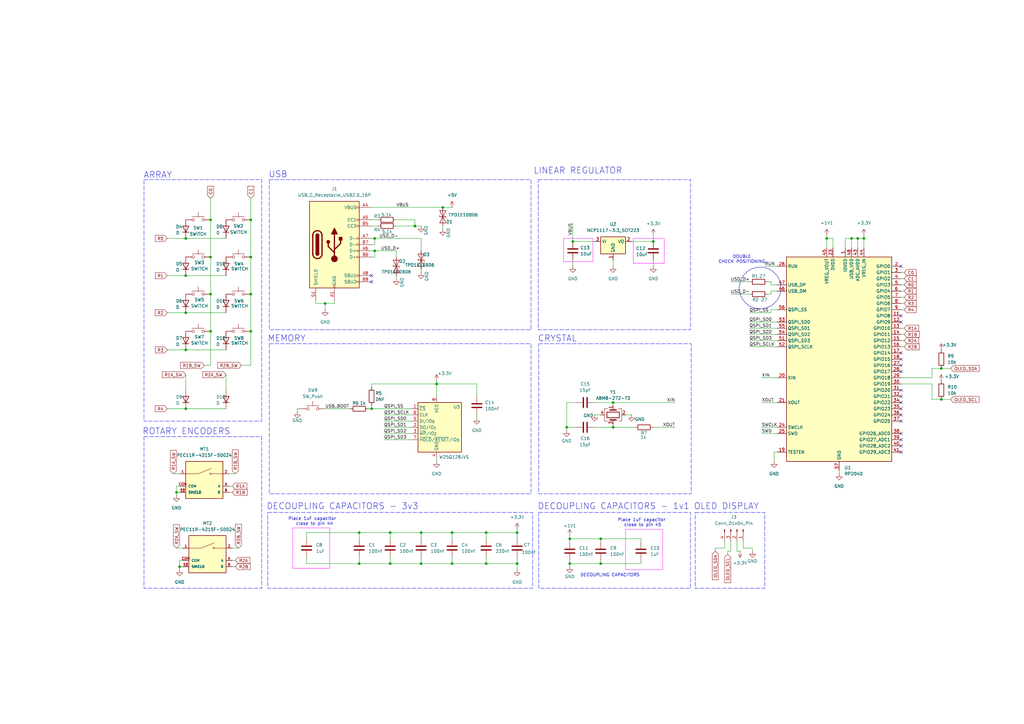
<source format=kicad_sch>
(kicad_sch (version 20250114) (generator "eeschema") (generator_version "9.0")
  (paper "A3")
  (rectangle (start 259.715 97.79) (end 272.415 107.95) (stroke (width 0) (color 255 0 255 1)))
  (rectangle (start 285.115 210.185) (end 313.69 241.3) (stroke (width 0) (type dash) (color 0 0 255 1)))
  (rectangle (start 256.54 217.17) (end 271.78 233.68) (stroke (width 0) (color 255 0 255 1)))
  (rectangle (start 109.855 210.185) (end 218.44 241.3) (stroke (width 0) (type dash) (color 0 0 255 1)))
  (rectangle (start 110.49 140.97) (end 217.805 202.565) (stroke (width 0) (type dash) (color 0 0 255 1)))
  (rectangle (start 110.49 73.66) (end 217.805 135.255) (stroke (width 0) (type dash) (color 0 0 255 1)))
  (circle (center 311.785 118.11) (radius 8.5431))
  (rectangle (start 59.055 73.66) (end 107.315 172.72) (stroke (width 0) (type dash) (color 0 0 255 1)))
  (rectangle (start 220.98 210.185) (end 283.21 241.3) (stroke (width 0) (type dash) (color 0 0 255 1)))
  (rectangle (start 59.055 179.07) (end 107.315 241.3) (stroke (width 0) (type dash) (color 0 0 255 1)))
  (rectangle (start 220.98 140.97) (end 283.464 202.565) (stroke (width 0) (type dash) (color 0 0 255 1)))
  (rectangle (start 120.015 216.535) (end 135.255 233.045) (stroke (width 0) (color 255 0 255 1)))
  (rectangle (start 220.726 73.66) (end 283.21 135.255) (stroke (width 0) (type dash) (color 0 0 255 1)))
  (rectangle (start 231.14 97.79) (end 243.205 107.315) (stroke (width 0) (color 255 0 255 1)))
  (text "DECOUPLING CAPACITORS" (at 250.19 235.966 0) (effects (font (size 1.27 1.27))))
  (text "DOUBLE\nCHECK POSITIONING\n" (at 304.292 106.426 0) (effects (font (size 1.27 1.27))))
  (text "MEMORY" (at 117.602 138.938 0) (effects (font (size 2.54 2.54))))
  (text "ARRAY" (at 64.77 71.882 0) (effects (font (size 2.54 2.54))))
  (text "CRYSTAL\n" (at 228.6 138.938 0) (effects (font (size 2.54 2.54))))
  (text "DECOUPLING CAPACITORS - 1v1" (at 251.714 207.772 0) (effects (font (size 2.54 2.54))))
  (text "LINEAR REGULATOR " (at 237.998 70.104 0) (effects (font (size 2.54 2.54))))
  (text "USB" (at 114.046 71.628 0) (effects (font (size 2.54 2.54))))
  (text "ROTARY ENCODERS\n" (at 76.454 177.038 0) (effects (font (size 2.54 2.54))))
  (text "Place 1uF capacitor\n close to pin 45" (at 263.144 214.376 0) (effects (font (size 1.27 1.27))))
  (text "OLED DISPLAY" (at 297.942 207.772 0) (effects (font (size 2.54 2.54))))
  (text "Place 1uF capacitor \n close to pin 44" (at 128.524 213.868 0) (effects (font (size 1.27 1.27))))
  (text "DECOUPLING CAPACITORS - 3v3" (at 140.462 207.772 0) (effects (font (size 2.54 2.54))))
  (junction (at 246.38 231.14))
  (junction (at 199.39 218.44))
  (junction (at 234.95 99.06))
  (junction (at 349.25 97.79))
  (junction (at 251.46 175.26))
  (junction (at 76.2 143.51))
  (junction (at 86.36 90.17))
  (junction (at 76.2 97.79))
  (junction (at 86.36 105.41))
  (junction (at 386.08 163.83))
  (junction (at 179.07 157.48))
  (junction (at 147.32 218.44))
  (junction (at 102.87 105.41))
  (junction (at 233.68 231.14))
  (junction (at 339.09 97.79))
  (junction (at 386.08 151.13))
  (junction (at 147.32 231.14))
  (junction (at 72.39 201.93))
  (junction (at 160.02 218.44))
  (junction (at 86.36 135.89))
  (junction (at 185.42 231.14))
  (junction (at 246.38 220.98))
  (junction (at 152.4 167.64))
  (junction (at 76.2 167.64))
  (junction (at 232.41 175.26))
  (junction (at 160.02 231.14))
  (junction (at 267.97 99.06))
  (junction (at 351.79 97.79))
  (junction (at 212.09 231.14))
  (junction (at 76.2 113.03))
  (junction (at 233.68 220.98))
  (junction (at 172.72 231.14))
  (junction (at 199.39 231.14))
  (junction (at 153.67 97.79))
  (junction (at 76.2 128.27))
  (junction (at 102.87 135.89))
  (junction (at 73.66 232.41))
  (junction (at 102.87 90.17))
  (junction (at 170.18 92.71))
  (junction (at 86.36 120.65))
  (junction (at 102.87 120.65))
  (junction (at 212.09 218.44))
  (junction (at 181.61 85.09))
  (junction (at 153.67 102.87))
  (junction (at 354.33 97.79))
  (junction (at 251.46 165.1))
  (junction (at 185.42 218.44))
  (junction (at 172.72 218.44))
  (junction (at 133.35 124.46))
  (no_connect (at 369.57 109.22))
  (no_connect (at 369.57 185.42))
  (no_connect (at 369.57 177.8))
  (no_connect (at 369.57 149.86))
  (no_connect (at 369.57 147.32))
  (no_connect (at 369.57 152.4))
  (no_connect (at 369.57 182.88))
  (no_connect (at 369.57 160.02))
  (no_connect (at 369.57 172.72))
  (no_connect (at 369.57 162.56))
  (no_connect (at 369.57 167.64))
  (no_connect (at 152.4 115.57))
  (no_connect (at 369.57 132.08))
  (no_connect (at 369.57 129.54))
  (no_connect (at 369.57 180.34))
  (no_connect (at 369.57 144.78))
  (no_connect (at 369.57 165.1))
  (no_connect (at 369.57 170.18))
  (no_connect (at 152.4 113.03))
  (wire (pts (xy 246.38 220.98) (xy 262.89 220.98)))
  (wire (pts (xy 293.37 226.06) (xy 293.37 224.79)))
  (wire (pts (xy 133.35 124.46) (xy 133.35 127)))
  (wire (pts (xy 72.39 203.2) (xy 72.39 201.93)))
  (wire (pts (xy 232.41 175.26) (xy 236.22 175.26)))
  (wire (pts (xy 102.87 149.86) (xy 102.87 135.89)))
  (wire (pts (xy 121.92 168.91) (xy 121.92 167.64)))
  (wire (pts (xy 76.2 143.51) (xy 92.71 143.51)))
  (wire (pts (xy 370.84 124.46) (xy 369.57 124.46)))
  (wire (pts (xy 317.5 189.23) (xy 317.5 185.42)))
  (wire (pts (xy 246.38 220.98) (xy 233.68 220.98)))
  (wire (pts (xy 243.84 175.26) (xy 251.46 175.26)))
  (wire (pts (xy 256.54 170.18) (xy 259.08 170.18)))
  (wire (pts (xy 351.79 101.6) (xy 351.79 97.79)))
  (wire (pts (xy 199.39 231.14) (xy 212.09 231.14)))
  (wire (pts (xy 316.23 119.38) (xy 318.77 119.38)))
  (wire (pts (xy 86.36 149.86) (xy 83.82 149.86)))
  (wire (pts (xy 86.36 120.65) (xy 86.36 135.89)))
  (wire (pts (xy 99.06 149.86) (xy 102.87 149.86)))
  (wire (pts (xy 307.34 132.08) (xy 318.77 132.08)))
  (wire (pts (xy 71.12 194.31) (xy 73.66 194.31)))
  (wire (pts (xy 312.42 177.8) (xy 318.77 177.8)))
  (wire (pts (xy 181.61 85.09) (xy 185.42 85.09)))
  (wire (pts (xy 147.32 218.44) (xy 160.02 218.44)))
  (wire (pts (xy 102.87 81.28) (xy 102.87 90.17)))
  (wire (pts (xy 86.36 105.41) (xy 86.36 120.65)))
  (wire (pts (xy 102.87 120.65) (xy 102.87 135.89)))
  (wire (pts (xy 316.23 120.65) (xy 316.23 119.38)))
  (wire (pts (xy 299.72 120.65) (xy 307.34 120.65)))
  (wire (pts (xy 369.57 154.94) (xy 382.27 154.94)))
  (wire (pts (xy 160.02 231.14) (xy 172.72 231.14)))
  (wire (pts (xy 97.79 224.79) (xy 95.25 224.79)))
  (wire (pts (xy 233.68 220.98) (xy 233.68 222.25)))
  (wire (pts (xy 246.38 231.14) (xy 246.38 229.87)))
  (wire (pts (xy 152.4 100.33) (xy 153.67 100.33)))
  (wire (pts (xy 346.71 97.79) (xy 349.25 97.79)))
  (wire (pts (xy 147.32 218.44) (xy 147.32 220.98)))
  (wire (pts (xy 212.09 218.44) (xy 212.09 220.98)))
  (wire (pts (xy 317.5 185.42) (xy 318.77 185.42)))
  (wire (pts (xy 96.52 232.41) (xy 95.25 232.41)))
  (wire (pts (xy 157.48 180.34) (xy 168.91 180.34)))
  (wire (pts (xy 316.23 116.84) (xy 318.77 116.84)))
  (wire (pts (xy 179.07 157.48) (xy 179.07 162.56)))
  (wire (pts (xy 351.79 97.79) (xy 354.33 97.79)))
  (wire (pts (xy 299.72 115.57) (xy 307.34 115.57)))
  (wire (pts (xy 72.39 224.79) (xy 74.93 224.79)))
  (wire (pts (xy 76.2 167.64) (xy 92.71 167.64)))
  (wire (pts (xy 68.58 143.51) (xy 76.2 143.51)))
  (wire (pts (xy 349.25 97.79) (xy 351.79 97.79)))
  (wire (pts (xy 179.07 189.23) (xy 179.07 187.96)))
  (wire (pts (xy 102.87 90.17) (xy 102.87 105.41)))
  (wire (pts (xy 370.84 142.24) (xy 369.57 142.24)))
  (wire (pts (xy 234.95 99.06) (xy 243.84 99.06)))
  (wire (pts (xy 160.02 218.44) (xy 172.72 218.44)))
  (wire (pts (xy 389.89 163.83) (xy 386.08 163.83)))
  (wire (pts (xy 160.02 228.6) (xy 160.02 231.14)))
  (wire (pts (xy 346.71 101.6) (xy 346.71 97.79)))
  (wire (pts (xy 129.54 124.46) (xy 129.54 123.19)))
  (wire (pts (xy 382.27 151.13) (xy 382.27 154.94)))
  (wire (pts (xy 312.42 165.1) (xy 318.77 165.1)))
  (wire (pts (xy 251.46 165.1) (xy 276.86 165.1)))
  (wire (pts (xy 232.41 176.53) (xy 232.41 175.26)))
  (wire (pts (xy 298.45 227.33) (xy 298.45 226.06)))
  (wire (pts (xy 147.32 231.14) (xy 160.02 231.14)))
  (wire (pts (xy 185.42 218.44) (xy 199.39 218.44)))
  (wire (pts (xy 72.39 201.93) (xy 72.39 199.39)))
  (wire (pts (xy 153.67 102.87) (xy 153.67 105.41)))
  (wire (pts (xy 102.87 105.41) (xy 102.87 120.65)))
  (wire (pts (xy 370.84 134.62) (xy 369.57 134.62)))
  (wire (pts (xy 307.34 128.27) (xy 316.23 128.27)))
  (wire (pts (xy 86.36 81.28) (xy 86.36 90.17)))
  (wire (pts (xy 303.53 226.06) (xy 302.26 226.06)))
  (wire (pts (xy 243.84 165.1) (xy 251.46 165.1)))
  (wire (pts (xy 251.46 175.26) (xy 251.46 173.99)))
  (wire (pts (xy 312.42 175.26) (xy 318.77 175.26)))
  (wire (pts (xy 370.84 121.92) (xy 369.57 121.92)))
  (wire (pts (xy 125.73 231.14) (xy 147.32 231.14)))
  (wire (pts (xy 172.72 228.6) (xy 172.72 231.14)))
  (wire (pts (xy 243.84 170.18) (xy 246.38 170.18)))
  (wire (pts (xy 170.18 90.17) (xy 170.18 92.71)))
  (wire (pts (xy 267.97 96.52) (xy 267.97 99.06)))
  (wire (pts (xy 233.68 231.14) (xy 233.68 229.87)))
  (wire (pts (xy 162.56 102.87) (xy 162.56 105.41)))
  (wire (pts (xy 370.84 137.16) (xy 369.57 137.16)))
  (wire (pts (xy 152.4 167.64) (xy 168.91 167.64)))
  (wire (pts (xy 125.73 218.44) (xy 147.32 218.44)))
  (wire (pts (xy 195.58 171.45) (xy 195.58 170.18)))
  (wire (pts (xy 153.67 100.33) (xy 153.67 97.79)))
  (wire (pts (xy 157.48 175.26) (xy 168.91 175.26)))
  (wire (pts (xy 195.58 157.48) (xy 179.07 157.48)))
  (wire (pts (xy 162.56 90.17) (xy 170.18 90.17)))
  (wire (pts (xy 152.4 102.87) (xy 153.67 102.87)))
  (wire (pts (xy 76.2 113.03) (xy 92.71 113.03)))
  (wire (pts (xy 370.84 139.7) (xy 369.57 139.7)))
  (wire (pts (xy 262.89 231.14) (xy 262.89 229.87)))
  (wire (pts (xy 316.23 127) (xy 318.77 127)))
  (wire (pts (xy 267.97 109.22) (xy 267.97 106.68)))
  (wire (pts (xy 316.23 128.27) (xy 316.23 127)))
  (wire (pts (xy 312.42 154.94) (xy 318.77 154.94)))
  (wire (pts (xy 262.89 222.25) (xy 262.89 220.98)))
  (wire (pts (xy 370.84 119.38) (xy 369.57 119.38)))
  (wire (pts (xy 386.08 163.83) (xy 382.27 163.83)))
  (wire (pts (xy 73.66 232.41) (xy 73.66 233.68)))
  (wire (pts (xy 68.58 167.64) (xy 76.2 167.64)))
  (wire (pts (xy 160.02 218.44) (xy 160.02 220.98)))
  (wire (pts (xy 157.48 172.72) (xy 168.91 172.72)))
  (wire (pts (xy 349.25 97.79) (xy 349.25 101.6)))
  (wire (pts (xy 232.41 165.1) (xy 232.41 175.26)))
  (wire (pts (xy 68.58 128.27) (xy 76.2 128.27)))
  (wire (pts (xy 121.92 167.64) (xy 123.19 167.64)))
  (wire (pts (xy 172.72 218.44) (xy 185.42 218.44)))
  (wire (pts (xy 133.35 167.64) (xy 143.51 167.64)))
  (wire (pts (xy 314.96 115.57) (xy 316.23 115.57)))
  (wire (pts (xy 72.39 201.93) (xy 73.66 201.93)))
  (wire (pts (xy 370.84 111.76) (xy 369.57 111.76)))
  (wire (pts (xy 251.46 109.22) (xy 251.46 106.68)))
  (wire (pts (xy 307.34 137.16) (xy 318.77 137.16)))
  (wire (pts (xy 152.4 105.41) (xy 153.67 105.41)))
  (wire (pts (xy 299.72 226.06) (xy 299.72 222.25)))
  (wire (pts (xy 199.39 218.44) (xy 212.09 218.44)))
  (wire (pts (xy 153.67 97.79) (xy 172.72 97.79)))
  (wire (pts (xy 236.22 165.1) (xy 232.41 165.1)))
  (wire (pts (xy 293.37 224.79) (xy 297.18 224.79)))
  (wire (pts (xy 298.45 226.06) (xy 299.72 226.06)))
  (wire (pts (xy 152.4 85.09) (xy 181.61 85.09)))
  (wire (pts (xy 199.39 228.6) (xy 199.39 231.14)))
  (wire (pts (xy 95.25 201.93) (xy 93.98 201.93)))
  (wire (pts (xy 185.42 228.6) (xy 185.42 231.14)))
  (wire (pts (xy 386.08 151.13) (xy 389.89 151.13)))
  (wire (pts (xy 73.66 232.41) (xy 74.93 232.41)))
  (wire (pts (xy 251.46 165.1) (xy 251.46 166.37)))
  (wire (pts (xy 233.68 232.41) (xy 233.68 231.14)))
  (wire (pts (xy 181.61 93.98) (xy 181.61 92.71)))
  (wire (pts (xy 96.52 229.87) (xy 95.25 229.87)))
  (wire (pts (xy 354.33 97.79) (xy 354.33 101.6)))
  (wire (pts (xy 344.17 194.31) (xy 344.17 193.04)))
  (wire (pts (xy 267.97 175.26) (xy 276.86 175.26)))
  (wire (pts (xy 152.4 157.48) (xy 152.4 158.75)))
  (wire (pts (xy 354.33 96.52) (xy 354.33 97.79)))
  (wire (pts (xy 234.95 91.44) (xy 234.95 99.06)))
  (wire (pts (xy 212.09 217.17) (xy 212.09 218.44)))
  (wire (pts (xy 76.2 153.67) (xy 76.2 160.02)))
  (wire (pts (xy 172.72 92.71) (xy 170.18 92.71)))
  (wire (pts (xy 152.4 92.71) (xy 154.94 92.71)))
  (wire (pts (xy 307.34 134.62) (xy 318.77 134.62)))
  (wire (pts (xy 233.68 219.71) (xy 233.68 220.98)))
  (wire (pts (xy 314.96 120.65) (xy 316.23 120.65)))
  (wire (pts (xy 212.09 228.6) (xy 212.09 231.14)))
  (wire (pts (xy 95.25 199.39) (xy 93.98 199.39)))
  (wire (pts (xy 234.95 109.22) (xy 234.95 106.68)))
  (wire (pts (xy 370.84 114.3) (xy 369.57 114.3)))
  (wire (pts (xy 369.57 157.48) (xy 382.27 157.48)))
  (wire (pts (xy 341.63 97.79) (xy 339.09 97.79)))
  (wire (pts (xy 246.38 231.14) (xy 262.89 231.14)))
  (wire (pts (xy 72.39 199.39) (xy 73.66 199.39)))
  (wire (pts (xy 297.18 224.79) (xy 297.18 222.25)))
  (wire (pts (xy 137.16 124.46) (xy 133.35 124.46)))
  (wire (pts (xy 195.58 162.56) (xy 195.58 157.48)))
  (wire (pts (xy 370.84 116.84) (xy 369.57 116.84)))
  (wire (pts (xy 133.35 124.46) (xy 129.54 124.46)))
  (wire (pts (xy 157.48 170.18) (xy 168.91 170.18)))
  (wire (pts (xy 125.73 228.6) (xy 125.73 231.14)))
  (wire (pts (xy 86.36 90.17) (xy 86.36 105.41)))
  (wire (pts (xy 307.34 139.7) (xy 318.77 139.7)))
  (wire (pts (xy 172.72 231.14) (xy 185.42 231.14)))
  (wire (pts (xy 370.84 127) (xy 369.57 127)))
  (wire (pts (xy 172.72 102.87) (xy 172.72 97.79)))
  (wire (pts (xy 151.13 167.64) (xy 152.4 167.64)))
  (wire (pts (xy 76.2 128.27) (xy 92.71 128.27)))
  (wire (pts (xy 68.58 97.79) (xy 76.2 97.79)))
  (wire (pts (xy 76.2 97.79) (xy 92.71 97.79)))
  (wire (pts (xy 307.34 142.24) (xy 318.77 142.24)))
  (wire (pts (xy 96.52 194.31) (xy 93.98 194.31)))
  (wire (pts (xy 172.72 218.44) (xy 172.72 220.98)))
  (wire (pts (xy 313.69 109.22) (xy 318.77 109.22)))
  (wire (pts (xy 137.16 124.46) (xy 137.16 123.19)))
  (wire (pts (xy 259.08 99.06) (xy 267.97 99.06)))
  (wire (pts (xy 233.68 231.14) (xy 246.38 231.14)))
  (wire (pts (xy 339.09 97.79) (xy 339.09 101.6)))
  (wire (pts (xy 162.56 114.3) (xy 162.56 113.03)))
  (wire (pts (xy 73.66 229.87) (xy 73.66 232.41)))
  (wire (pts (xy 308.61 224.79) (xy 304.8 224.79)))
  (wire (pts (xy 185.42 218.44) (xy 185.42 220.98)))
  (wire (pts (xy 147.32 228.6) (xy 147.32 231.14)))
  (wire (pts (xy 125.73 220.98) (xy 125.73 218.44)))
  (wire (pts (xy 92.71 153.67) (xy 92.71 160.02)))
  (wire (pts (xy 185.42 231.14) (xy 199.39 231.14)))
  (wire (pts (xy 212.09 233.68) (xy 212.09 231.14)))
  (wire (pts (xy 162.56 92.71) (xy 170.18 92.71)))
  (wire (pts (xy 86.36 135.89) (xy 86.36 149.86)))
  (wire (pts (xy 152.4 157.48) (xy 179.07 157.48)))
  (wire (pts (xy 68.58 113.03) (xy 76.2 113.03)))
  (wire (pts (xy 382.27 151.13) (xy 386.08 151.13)))
  (wire (pts (xy 308.61 226.06) (xy 308.61 224.79)))
  (wire (pts (xy 152.4 90.17) (xy 154.94 90.17)))
  (wire (pts (xy 199.39 218.44) (xy 199.39 220.98)))
  (wire (pts (xy 339.09 96.52) (xy 339.09 97.79)))
  (wire (pts (xy 152.4 166.37) (xy 152.4 167.64)))
  (wire (pts (xy 316.23 115.57) (xy 316.23 116.84)))
  (wire (pts (xy 172.72 111.76) (xy 172.72 110.49)))
  (wire (pts (xy 341.63 101.6) (xy 341.63 97.79)))
  (wire (pts (xy 382.27 163.83) (xy 382.27 157.48)))
  (wire (pts (xy 74.93 229.87) (xy 73.66 229.87)))
  (wire (pts (xy 260.35 175.26) (xy 251.46 175.26)))
  (wire (pts (xy 153.67 102.87) (xy 162.56 102.87)))
  (wire (pts (xy 152.4 97.79) (xy 153.67 97.79)))
  (wire (pts (xy 304.8 224.79) (xy 304.8 222.25)))
  (wire (pts (xy 179.07 156.21) (xy 179.07 157.48)))
  (wire (pts (xy 302.26 226.06) (xy 302.26 222.25)))
  (wire (pts (xy 246.38 220.98) (xy 246.38 222.25)))
  (wire (pts (xy 157.48 177.8) (xy 168.91 177.8)))
  (label "QSPI_SD2" (at 157.48 177.8 0))
  (label "QSPI_SD3" (at 157.48 180.34 0))
  (label "RUN" (at 313.69 109.22 0))
  (label "USD_D+" (at 156.21 102.87 0))
  (label "QSPI_SD2" (at 307.34 137.16 0))
  (label "XOUT" (at 312.42 165.1 0))
  (label "QSPI_SD1" (at 307.34 134.62 0))
  (label "QSPI_SCLK" (at 157.48 170.18 0))
  (label "VBUS" (at 162.56 85.09 0))
  (label "XIN" (at 312.42 154.94 0))
  (label "USD_D-" (at 299.72 120.65 0))
  (label "QSPI_SD1" (at 157.48 175.26 0))
  (label "QSPI_SCLK" (at 307.34 142.24 0))
  (label "XIN" (at 276.86 165.1 180))
  (label "USD_D+" (at 299.72 115.57 0))
  (label "SWCLK" (at 312.42 175.26 0))
  (label "QSPI_SS" (at 157.48 167.64 0))
  (label "QSPI_SD0" (at 307.34 132.08 0))
  (label "QSPI_SD0" (at 157.48 172.72 0))
  (label "XOUT" (at 276.86 175.26 180))
  (label "VBUS" (at 234.95 91.44 270))
  (label "SWD" (at 312.42 177.8 0))
  (label "QSPI_SD3" (at 307.34 139.7 0))
  (label "USD_D-" (at 155.575 97.79 0))
  (label "USB_BOOT" (at 133.35 167.64 0))
  (label "QSPI_SS" (at 307.34 128.27 0))
  (global_label "C1" (shape input) (at 102.87 81.28 90) (property "Intersheetrefs" "${INTERSHEET_REFS}" (effects (hide yes))))
  (global_label "R2B_SW" (shape input) (at 97.79 224.79 90) (property "Intersheetrefs" "${INTERSHEET_REFS}" (effects (hide yes))))
  (global_label "R2A_SW" (shape input) (at 72.39 224.79 90) (property "Intersheetrefs" "${INTERSHEET_REFS}" (effects (hide yes))))
  (global_label "R1B_SW" (shape input) (at 83.82 149.86 180) (property "Intersheetrefs" "${INTERSHEET_REFS}" (effects (hide yes))))
  (global_label "OLED_SDA" (shape input) (at 389.89 151.13 0) (property "Intersheetrefs" "${INTERSHEET_REFS}" (effects (hide yes))))
  (global_label "C0" (shape input) (at 370.84 111.76 0) (property "Intersheetrefs" "${INTERSHEET_REFS}" (effects (hide yes))))
  (global_label "R2A" (shape input) (at 370.84 139.7 0) (property "Intersheetrefs" "${INTERSHEET_REFS}" (effects (hide yes))))
  (global_label "R4" (shape input) (at 68.58 167.64 180) (property "Intersheetrefs" "${INTERSHEET_REFS}" (effects (hide yes))))
  (global_label "C1" (shape input) (at 370.84 114.3 0) (property "Intersheetrefs" "${INTERSHEET_REFS}" (effects (hide yes))))
  (global_label "OLED_SCL" (shape input) (at 298.45 227.33 270) (property "Intersheetrefs" "${INTERSHEET_REFS}" (effects (hide yes))))
  (global_label "R2" (shape input) (at 370.84 121.92 0) (property "Intersheetrefs" "${INTERSHEET_REFS}" (effects (hide yes))))
  (global_label "C0" (shape input) (at 86.36 81.28 90) (property "Intersheetrefs" "${INTERSHEET_REFS}" (effects (hide yes))))
  (global_label "R2A_SW" (shape input) (at 92.71 153.67 180) (property "Intersheetrefs" "${INTERSHEET_REFS}" (effects (hide yes))))
  (global_label "OLED_SDA" (shape input) (at 293.37 226.06 270) (property "Intersheetrefs" "${INTERSHEET_REFS}" (effects (hide yes))))
  (global_label "R3" (shape input) (at 68.58 143.51 180) (property "Intersheetrefs" "${INTERSHEET_REFS}" (effects (hide yes))))
  (global_label "R1" (shape input) (at 370.84 119.38 0) (property "Intersheetrefs" "${INTERSHEET_REFS}" (effects (hide yes))))
  (global_label "R0" (shape input) (at 370.84 116.84 0) (property "Intersheetrefs" "${INTERSHEET_REFS}" (effects (hide yes))))
  (global_label "R1B" (shape input) (at 370.84 137.16 0) (property "Intersheetrefs" "${INTERSHEET_REFS}" (effects (hide yes))))
  (global_label "R1B_SW" (shape input) (at 96.52 194.31 90) (property "Intersheetrefs" "${INTERSHEET_REFS}" (effects (hide yes))))
  (global_label "OLED_SCL" (shape input) (at 389.89 163.83 0) (property "Intersheetrefs" "${INTERSHEET_REFS}" (effects (hide yes))))
  (global_label "R1A_SW" (shape input) (at 71.12 194.31 90) (property "Intersheetrefs" "${INTERSHEET_REFS}" (effects (hide yes))))
  (global_label "R1B" (shape input) (at 95.25 201.93 0) (property "Intersheetrefs" "${INTERSHEET_REFS}" (effects (hide yes))))
  (global_label "R2" (shape input) (at 68.58 128.27 180) (property "Intersheetrefs" "${INTERSHEET_REFS}" (effects (hide yes))))
  (global_label "R1A" (shape input) (at 370.84 134.62 0) (property "Intersheetrefs" "${INTERSHEET_REFS}" (effects (hide yes))))
  (global_label "R1A_SW" (shape input) (at 76.2 153.67 180) (property "Intersheetrefs" "${INTERSHEET_REFS}" (effects (hide yes))))
  (global_label "R4" (shape input) (at 370.84 127 0) (property "Intersheetrefs" "${INTERSHEET_REFS}" (effects (hide yes))))
  (global_label "R2A" (shape input) (at 96.52 229.87 0) (property "Intersheetrefs" "${INTERSHEET_REFS}" (effects (hide yes))))
  (global_label "R3" (shape input) (at 370.84 124.46 0) (property "Intersheetrefs" "${INTERSHEET_REFS}" (effects (hide yes))))
  (global_label "R0" (shape input) (at 68.58 97.79 180) (property "Intersheetrefs" "${INTERSHEET_REFS}" (effects (hide yes))))
  (global_label "R1A" (shape input) (at 95.25 199.39 0) (property "Intersheetrefs" "${INTERSHEET_REFS}" (effects (hide yes))))
  (global_label "R2B" (shape input) (at 370.84 142.24 0) (property "Intersheetrefs" "${INTERSHEET_REFS}" (effects (hide yes))))
  (global_label "R2B_SW" (shape input) (at 99.06 149.86 180) (property "Intersheetrefs" "${INTERSHEET_REFS}" (effects (hide yes))))
  (global_label "R2B" (shape input) (at 96.52 232.41 0) (property "Intersheetrefs" "${INTERSHEET_REFS}" (effects (hide yes))))
  (global_label "R1" (shape input) (at 68.58 113.03 180) (property "Intersheetrefs" "${INTERSHEET_REFS}" (effects (hide yes))))
  (symbol (lib_id "Device:C") (at 240.03 165.1 90) (unit 1)
    (property "Reference" "C15" (at 240.03 157.48 90))
    (property "Value" "15pF" (at 240.03 160.02 90))
    (property "Footprint" "Capacitor_SMD:C_0603_1608Metric" (effects (hide yes)))
    (property "Description" "Unpolarized capacitor" (effects (hide yes)))
  )
  (symbol (lib_id "Device:C") (at 246.38 226.06 0) (unit 1)
    (property "Reference" "C9" (at 250.19 224.7899 0) (effects (justify left)))
    (property "Value" "100nf" (at 250.19 227.3299 0) (effects (justify left)))
    (property "Footprint" "Capacitor_SMD:C_0402_1005Metric" (effects (hide yes)))
    (property "Description" "Unpolarized capacitor" (effects (hide yes)))
  )
  (symbol (lib_id "Switch:SW_Omron_B3FS") (at 81.28 90.17 0) (unit 1)
    (property "Reference" "SW1" (at 81.28 93.472 0))
    (property "Value" "SWITCH" (at 81.28 96.012 0))
    (property "Footprint" "1_my_custom_libary_pretty:Kailh_socket_PG1350" (effects (hide yes)))
    (property "Datasheet" "https://omronfs.omron.com/en_US/ecb/products/pdf/en-b3fs.pdf" (effects (hide yes)))
    (property "Description" "Omron B3FS 6x6mm single pole normally-open tactile switch" (effects (hide yes)))
  )
  (symbol (lib_id "Device:Crystal_GND24") (at 251.46 170.18 270) (unit 1)
    (property "Reference" "Y1" (at 251.46 160.782 90))
    (property "Value" "ABM8-272-T3" (at 251.46 163.322 90))
    (property "Footprint" "Crystal:Crystal_SMD_3225-4Pin_3.2x2.5mm" (effects (hide yes)))
    (property "Description" "Four pin crystal, GND on pins 2 and 4" (effects (hide yes)))
  )
  (symbol (lib_id "Connector:Conn_01x04_Pin") (at 302.26 217.17 270) (unit 1)
    (property "Reference" "J3" (at 300.99 212.09 90))
    (property "Value" "Conn_01x04_Pin" (at 300.99 214.63 90))
    (property "Footprint" "1_my_custom_libary_pretty:OLED" (effects (hide yes)))
    (property "Description" "Generic connector, single row, 01x04, script generated" (effects (hide yes)))
  )
  (symbol (lib_id "Device:D") (at 92.71 124.46 90) (unit 1)
    (property "Reference" "D11" (at 88.646 123.444 90) (effects (justify right)))
    (property "Value" "D" (at 88.646 125.984 90) (effects (justify right)))
    (property "Footprint" "Diode_SMD:D_0603_1608Metric" (effects (hide yes)))
    (property "Description" "Diode" (effects (hide yes)))
    (property "Sim.Device" "D" (effects (hide yes)))
    (property "Sim.Pins" "1=K 2=A" (effects (hide yes)))
  )
  (symbol (lib_id "Device:D") (at 92.71 139.7 90) (unit 1)
    (property "Reference" "D12" (at 88.646 138.684 90) (effects (justify right)))
    (property "Value" "D" (at 88.646 141.224 90) (effects (justify right)))
    (property "Footprint" "Diode_SMD:D_0603_1608Metric" (effects (hide yes)))
    (property "Description" "Diode" (effects (hide yes)))
    (property "Sim.Device" "D" (effects (hide yes)))
    (property "Sim.Pins" "1=K 2=A" (effects (hide yes)))
  )
  (symbol (lib_id "Device:C") (at 267.97 102.87 0) (unit 1)
    (property "Reference" "C12" (at 260.858 101.854 0) (effects (justify left)))
    (property "Value" "10uF" (at 260.858 104.394 0) (effects (justify left)))
    (property "Footprint" "Capacitor_SMD:C_0805_2012Metric" (effects (hide yes)))
    (property "Description" "Unpolarized capacitor" (effects (hide yes)))
  )
  (symbol (lib_id "power:GND") (at 195.58 171.45 0) (unit 1)
    (property "Reference" "#PWR020" (effects (hide yes)))
    (property "Value" "GND" (at 195.58 176.53 0))
    (property "Description" "Power symbol creates a global label with name \"GND\" , ground" (effects (hide yes)))
  )
  (symbol (lib_id "Device:C") (at 233.68 226.06 0) (unit 1)
    (property "Reference" "C11" (at 237.49 224.7899 0) (effects (justify left)))
    (property "Value" "100nf" (at 237.49 227.3299 0) (effects (justify left)))
    (property "Footprint" "Capacitor_SMD:C_0402_1005Metric" (effects (hide yes)))
    (property "Description" "Unpolarized capacitor" (effects (hide yes)))
  )
  (symbol (lib_id "Device:R") (at 386.08 147.32 0) (unit 1)
    (property "Reference" "R9" (at 388.62 146.0499 0) (effects (justify left)))
    (property "Value" "10k" (at 388.62 148.5899 0) (effects (justify left)))
    (property "Footprint" "Resistor_SMD:R_0402_1005Metric" (effects (hide yes)))
    (property "Description" "Resistor" (effects (hide yes)))
  )
  (symbol (lib_id "power:+3.3V") (at 354.33 96.52 0) (unit 1)
    (property "Reference" "#PWR04" (effects (hide yes)))
    (property "Value" "+3.3V" (at 354.33 91.44 0))
    (property "Description" "Power symbol creates a global label with name \"+3.3V\"" (effects (hide yes)))
  )
  (symbol (lib_id "power:GND") (at 308.61 226.06 0) (unit 1)
    (property "Reference" "#PWR028" (effects (hide yes)))
    (property "Value" "GND" (at 308.61 230.124 0))
    (property "Description" "Power symbol creates a global label with name \"GND\" , ground" (effects (hide yes)))
  )
  (symbol (lib_id "Connector:USB_C_Receptacle_USB2.0_16P") (at 137.16 100.33 0) (unit 1)
    (property "Reference" "J1" (at 137.16 77.47 0))
    (property "Value" "USB_C_Receptacle_USB2.0_16P" (at 137.16 80.01 0))
    (property "Footprint" "Connector_USB:USB_C_Receptacle_GCT_USB4105-xx-A_16P_TopMnt_Horizontal" (effects (hide yes)))
    (property "Datasheet" "https://www.usb.org/sites/default/files/documents/usb_type-c.zip" (effects (hide yes)))
    (property "Description" "USB 2.0-only 16P Type-C Receptacle connector" (effects (hide yes)))
  )
  (symbol (lib_id "power:GND") (at 259.08 170.18 0) (unit 1)
    (property "Reference" "#PWR024" (effects (hide yes)))
    (property "Value" "GND" (at 262.382 171.958 0))
    (property "Description" "Power symbol creates a global label with name \"GND\" , ground" (effects (hide yes)))
  )
  (symbol (lib_id "Device:R") (at 158.75 92.71 90) (unit 1)
    (property "Reference" "R4" (at 154.686 94.234 90))
    (property "Value" "5.1k" (at 158.75 94.996 90))
    (property "Footprint" "Resistor_SMD:R_0603_1608Metric" (effects (hide yes)))
    (property "Description" "Resistor" (effects (hide yes)))
  )
  (symbol (lib_id "Device:D") (at 92.71 93.98 90) (unit 1)
    (property "Reference" "D8" (at 88.646 92.964 90) (effects (justify right)))
    (property "Value" "D" (at 88.646 95.504 90) (effects (justify right)))
    (property "Footprint" "Diode_SMD:D_0603_1608Metric" (effects (hide yes)))
    (property "Description" "Diode" (effects (hide yes)))
    (property "Sim.Device" "D" (effects (hide yes)))
    (property "Sim.Pins" "1=K 2=A" (effects (hide yes)))
  )
  (symbol (lib_id "power:+1V1") (at 233.68 219.71 0) (unit 1)
    (property "Reference" "#PWR02" (effects (hide yes)))
    (property "Value" "+1V1" (at 233.68 215.646 0))
    (property "Description" "Power symbol creates a global label with name \"+1V1\"" (effects (hide yes)))
  )
  (symbol (lib_id "Device:C") (at 172.72 224.79 0) (unit 1)
    (property "Reference" "C3" (at 176.53 223.5199 0) (effects (justify left)))
    (property "Value" "100nf" (at 176.53 226.0599 0) (effects (justify left)))
    (property "Footprint" "Capacitor_SMD:C_0402_1005Metric" (effects (hide yes)))
    (property "Description" "Unpolarized capacitor" (effects (hide yes)))
  )
  (symbol (lib_id "Device:R") (at 311.15 115.57 90) (unit 1)
    (property "Reference" "R1" (at 309.626 113.284 90))
    (property "Value" "27" (at 312.674 113.284 90))
    (property "Footprint" "Resistor_SMD:R_0603_1608Metric" (effects (hide yes)))
    (property "Description" "Resistor" (effects (hide yes)))
  )
  (symbol (lib_id "Switch:SW_Push") (at 128.27 167.64 0) (unit 1)
    (property "Reference" "SW9" (at 128.27 160.02 0))
    (property "Value" "SW_Push" (at 128.27 162.56 0))
    (property "Footprint" "1_my_custom_libary_pretty:SW_SPST_PTS810" (effects (hide yes)))
    (property "Description" "Push button switch, generic, two pins" (effects (hide yes)))
  )
  (symbol (lib_id "Memory_Flash:W25Q128JVS") (at 179.07 175.26 0) (unit 1)
    (property "Reference" "U3" (at 185.928 166.878 0) (effects (justify left)))
    (property "Value" "W25Q128JVS" (at 180.086 187.452 0) (effects (justify left)))
    (property "Footprint" "Package_SO:SOIC-8_5.3x5.3mm_P1.27mm" (effects (hide yes)))
    (property "Datasheet" "https://www.winbond.com/resource-files/w25q128jv_dtr%20revc%2003272018%20plus.pdf" (effects (hide yes)))
    (property "Description" "128Mbit / 16MiB Serial Flash Memory, Standard/Dual/Quad SPI, 2.7-3.6V, SOIC-8" (effects (hide yes)))
  )
  (symbol (lib_id "power:GND") (at 172.72 92.71 0) (unit 1)
    (property "Reference" "#PWR011" (effects (hide yes)))
    (property "Value" "GND" (at 174.752 94.488 90))
    (property "Description" "Power symbol creates a global label with name \"GND\" , ground" (effects (hide yes)))
  )
  (symbol (lib_id "Diode:ESD9B5.0ST5G") (at 172.72 106.68 270) (unit 1)
    (property "Reference" "D3" (at 176.276 104.394 90) (effects (justify right)))
    (property "Value" "TPD1E10B06" (at 178.308 108.712 90) (effects (justify right)))
    (property "Footprint" "Diode_SMD:D_SOD-523" (effects (hide yes)))
    (property "Datasheet" "https://www.onsemi.com/pub/Collateral/ESD9B-D.PDF" (effects (hide yes)))
    (property "Description" "ESD protection diode, 5.0Vrwm, SOD-923" (effects (hide yes)))
  )
  (symbol (lib_id "power:+3.3V") (at 179.07 156.21 0) (unit 1)
    (property "Reference" "#PWR022" (effects (hide yes)))
    (property "Value" "+3.3V" (at 182.372 153.162 0))
    (property "Description" "Power symbol creates a global label with name \"+3.3V\"" (effects (hide yes)))
  )
  (symbol (lib_id "power:GND") (at 234.95 109.22 0) (unit 1)
    (property "Reference" "#PWR017" (effects (hide yes)))
    (property "Value" "GND" (at 234.95 114.3 0))
    (property "Description" "Power symbol creates a global label with name \"GND\" , ground" (effects (hide yes)))
  )
  (symbol (lib_id "power:GND") (at 73.66 233.68 0) (unit 1)
    (property "Reference" "#PWR027" (effects (hide yes)))
    (property "Value" "GND" (at 73.66 238.76 0))
    (property "Description" "Power symbol creates a global label with name \"GND\" , ground" (effects (hide yes)))
  )
  (symbol (lib_id "Switch:SW_Omron_B3FS") (at 97.79 105.41 0) (unit 1)
    (property "Reference" "SW4" (at 98.044 108.204 0))
    (property "Value" "SWITCH" (at 98.298 110.236 0))
    (property "Footprint" "1_my_custom_libary_pretty:Kailh_socket_PG1350" (effects (hide yes)))
    (property "Datasheet" "https://omronfs.omron.com/en_US/ecb/products/pdf/en-b3fs.pdf" (effects (hide yes)))
    (property "Description" "Omron B3FS 6x6mm single pole normally-open tactile switch" (effects (hide yes)))
  )
  (symbol (lib_id "Switch:SW_Omron_B3FS") (at 97.79 135.89 0) (unit 1)
    (property "Reference" "SW8" (at 98.044 138.684 0))
    (property "Value" "SWITCH" (at 98.298 140.716 0))
    (property "Footprint" "1_my_custom_libary_pretty:Kailh_socket_PG1350" (effects (hide yes)))
    (property "Datasheet" "https://omronfs.omron.com/en_US/ecb/products/pdf/en-b3fs.pdf" (effects (hide yes)))
    (property "Description" "Omron B3FS 6x6mm single pole normally-open tactile switch" (effects (hide yes)))
  )
  (symbol (lib_id "Switch:SW_Omron_B3FS") (at 97.79 120.65 0) (unit 1)
    (property "Reference" "SW6" (at 98.044 123.444 0))
    (property "Value" "SWITCH" (at 98.298 125.476 0))
    (property "Footprint" "1_my_custom_libary_pretty:Kailh_socket_PG1350" (effects (hide yes)))
    (property "Datasheet" "https://omronfs.omron.com/en_US/ecb/products/pdf/en-b3fs.pdf" (effects (hide yes)))
    (property "Description" "Omron B3FS 6x6mm single pole normally-open tactile switch" (effects (hide yes)))
  )
  (symbol (lib_id "Device:C") (at 195.58 166.37 0) (unit 1)
    (property "Reference" "C14" (at 198.882 165.1 0) (effects (justify left)))
    (property "Value" "100nF" (at 198.882 167.64 0) (effects (justify left)))
    (property "Footprint" "Capacitor_SMD:C_0603_1608Metric" (effects (hide yes)))
    (property "Description" "Unpolarized capacitor" (effects (hide yes)))
  )
  (symbol (lib_id "Device:C") (at 234.95 102.87 0) (unit 1)
    (property "Reference" "C13" (at 237.998 101.6 0) (effects (justify left)))
    (property "Value" "10uF" (at 237.998 104.14 0) (effects (justify left)))
    (property "Footprint" "Capacitor_SMD:C_0805_2012Metric" (effects (hide yes)))
    (property "Description" "Unpolarized capacitor" (effects (hide yes)))
  )
  (symbol (lib_id "power:+3.3V") (at 267.97 96.52 0) (unit 1)
    (property "Reference" "#PWR021" (effects (hide yes)))
    (property "Value" "+3.3V" (at 267.97 91.694 0))
    (property "Description" "Power symbol creates a global label with name \"+3.3V\"" (effects (hide yes)))
  )
  (symbol (lib_id "power:GND") (at 212.09 233.68 0) (unit 1)
    (property "Reference" "#PWR03" (effects (hide yes)))
    (property "Value" "GND" (at 212.09 238.76 0))
    (property "Description" "Power symbol creates a global label with name \"GND\" , ground" (effects (hide yes)))
  )
  (symbol (lib_id "1_my_custom_symbol_library:PEC11R-4215F-S0024") (at 83.82 196.85 0) (unit 1)
    (property "Reference" "MT1" (at 83.82 184.15 0))
    (property "Value" "PEC11R-4215F-S0024" (at 83.82 186.69 0))
    (property "Footprint" "1_my_custom_libary_pretty:XDCR_PEC11R-4215F-S0024" (effects (hide yes)))
    (property "MF" "Bourns" (effects (hide yes)))
    (property "MAXIMUM_PACKAGE_HEIGHT" "21.5 mm" (effects (hide yes)))
    (property "Package" "None" (effects (hide yes)))
    (property "Price" "None" (effects (hide yes)))
    (property "Check_prices" "https://www.snapeda.com/parts/PEC11R-4215F-S0024/Bourns/view-part/?ref=eda" (effects (hide yes)))
    (property "STANDARD" "Manufacturer Recommendations" (effects (hide yes)))
    (property "PARTREV" "Rev. 09/19" (effects (hide yes)))
    (property "SnapEDA_Link" "https://www.snapeda.com/parts/PEC11R-4215F-S0024/Bourns/view-part/?ref=snap" (effects (hide yes)))
    (property "MP" "PEC11R-4215F-S0024" (effects (hide yes)))
    (property "Purchase-URL" "https://www.snapeda.com/api/url_track_click_mouser/?unipart_id=428605&manufacturer=Bourns&part_name=PEC11R-4215F-S0024&search_term=pec11r" (effects (hide yes)))
    (property "Description_1" "\nEncoder,Rotary,24 Detents,15 mm, Shaft,Switch | Bourns PEC11R-4215F-S0024\n" (effects (hide yes)))
    (property "Availability" "In Stock" (effects (hide yes)))
    (property "MANUFACTURER" "J.W.Miller/Bourns" (effects (hide yes)))
  )
  (symbol (lib_id "power:GND") (at 233.68 232.41 0) (unit 1)
    (property "Reference" "#PWR06" (effects (hide yes)))
    (property "Value" "GND" (at 233.68 236.474 0))
    (property "Description" "Power symbol creates a global label with name \"GND\" , ground" (effects (hide yes)))
  )
  (symbol (lib_id "Switch:SW_Omron_B3FS") (at 97.79 90.17 0) (unit 1)
    (property "Reference" "SW2" (at 97.79 92.71 0))
    (property "Value" "SWITCH" (at 97.79 95.25 0))
    (property "Footprint" "1_my_custom_libary_pretty:Kailh_socket_PG1350" (effects (hide yes)))
    (property "Datasheet" "https://omronfs.omron.com/en_US/ecb/products/pdf/en-b3fs.pdf" (effects (hide yes)))
    (property "Description" "Omron B3FS 6x6mm single pole normally-open tactile switch" (effects (hide yes)))
  )
  (symbol (lib_id "power:+3.3V") (at 386.08 143.51 0) (unit 1)
    (property "Reference" "#PWR030" (effects (hide yes)))
    (property "Value" "+3.3V" (at 389.382 141.478 0))
    (property "Description" "Power symbol creates a global label with name \"+3.3V\"" (effects (hide yes)))
  )
  (symbol (lib_id "Device:D") (at 92.71 109.22 90) (unit 1)
    (property "Reference" "D10" (at 88.646 108.204 90) (effects (justify right)))
    (property "Value" "D" (at 88.646 110.744 90) (effects (justify right)))
    (property "Footprint" "Diode_SMD:D_0603_1608Metric" (effects (hide yes)))
    (property "Description" "Diode" (effects (hide yes)))
    (property "Sim.Device" "D" (effects (hide yes)))
    (property "Sim.Pins" "1=K 2=A" (effects (hide yes)))
  )
  (symbol (lib_id "Regulator_Linear:NCP1117-3.3_SOT223") (at 251.46 99.06 0) (unit 1)
    (property "Reference" "U2" (at 251.46 91.948 0))
    (property "Value" "NCP1117-3.3_SOT223" (at 251.46 94.488 0))
    (property "Footprint" "Package_TO_SOT_SMD:SOT-223-3_TabPin2" (effects (hide yes)))
    (property "Datasheet" "http://www.onsemi.com/pub_link/Collateral/NCP1117-D.PDF" (effects (hide yes)))
    (property "Description" "1A Low drop-out regulator, Fixed Output 3.3V, SOT-223" (effects (hide yes)))
  )
  (symbol (lib_id "Device:C") (at 199.39 224.79 0) (unit 1)
    (property "Reference" "C6" (at 203.2 223.5199 0) (effects (justify left)))
    (property "Value" "220nf" (at 203.2 226.0599 0) (effects (justify left)))
    (property "Footprint" "Capacitor_SMD:C_0402_1005Metric" (effects (hide yes)))
    (property "Description" "Unpolarized capacitor" (effects (hide yes)))
  )
  (symbol (lib_id "power:GND") (at 243.84 170.18 0) (unit 1)
    (property "Reference" "#PWR018" (effects (hide yes)))
    (property "Value" "GND" (at 241.3 170.434 0))
    (property "Description" "Power symbol creates a global label with name \"GND\" , ground" (effects (hide yes)))
  )
  (symbol (lib_id "Device:D") (at 92.71 163.83 90) (unit 1)
    (property "Reference" "D13" (at 88.646 162.814 90) (effects (justify right)))
    (property "Value" "D" (at 88.646 165.354 90) (effects (justify right)))
    (property "Footprint" "Diode_SMD:D_0603_1608Metric" (effects (hide yes)))
    (property "Description" "Diode" (effects (hide yes)))
    (property "Sim.Device" "D" (effects (hide yes)))
    (property "Sim.Pins" "1=K 2=A" (effects (hide yes)))
  )
  (symbol (lib_id "Device:C") (at 125.73 224.79 0) (unit 1)
    (property "Reference" "C8" (at 129.54 223.5199 0) (effects (justify left)))
    (property "Value" "1uF" (at 129.54 226.0599 0) (effects (justify left)))
    (property "Footprint" "Capacitor_SMD:C_0402_1005Metric" (effects (hide yes)))
    (property "Description" "Unpolarized capacitor" (effects (hide yes)))
  )
  (symbol (lib_id "Device:R") (at 158.75 90.17 90) (unit 1)
    (property "Reference" "R3" (at 154.686 88.646 90))
    (property "Value" "5.1k" (at 158.496 88.138 90))
    (property "Footprint" "Resistor_SMD:R_0603_1608Metric" (effects (hide yes)))
    (property "Description" "Resistor" (effects (hide yes)))
  )
  (symbol (lib_id "Device:R") (at 264.16 175.26 270) (unit 1)
    (property "Reference" "R7" (at 264.16 177.546 90))
    (property "Value" "1k" (at 263.906 179.324 90))
    (property "Footprint" "Resistor_SMD:R_0603_1608Metric" (effects (hide yes)))
    (property "Description" "Resistor" (effects (hide yes)))
  )
  (symbol (lib_id "Device:C") (at 185.42 224.79 0) (unit 1)
    (property "Reference" "C4" (at 189.23 223.5199 0) (effects (justify left)))
    (property "Value" "100nf" (at 189.23 226.0599 0) (effects (justify left)))
    (property "Footprint" "Capacitor_SMD:C_0402_1005Metric" (effects (hide yes)))
    (property "Description" "Unpolarized capacitor" (effects (hide yes)))
  )
  (symbol (lib_id "power:GND") (at 121.92 168.91 0) (unit 1)
    (property "Reference" "#PWR023" (effects (hide yes)))
    (property "Value" "GND" (at 121.92 172.466 0))
    (property "Description" "Power symbol creates a global label with name \"GND\" , ground" (effects (hide yes)))
  )
  (symbol (lib_id "power:GND") (at 133.35 127 0) (unit 1)
    (property "Reference" "#PWR010" (effects (hide yes)))
    (property "Value" "GND" (at 133.35 132.08 0))
    (property "Description" "Power symbol creates a global label with name \"GND\" , ground" (effects (hide yes)))
  )
  (symbol (lib_id "Device:R") (at 152.4 162.56 0) (unit 1)
    (property "Reference" "R5" (at 153.924 161.29 0) (effects (justify left)))
    (property "Value" "DNF" (at 153.924 163.83 0) (effects (justify left)))
    (property "Footprint" "Resistor_SMD:R_0603_1608Metric" (effects (hide yes)))
    (property "Description" "Resistor" (effects (hide yes)))
  )
  (symbol (lib_id "power:GND") (at 317.5 189.23 0) (unit 1)
    (property "Reference" "#PWR08" (effects (hide yes)))
    (property "Value" "GND" (at 317.5 194.31 0))
    (property "Description" "Power symbol creates a global label with name \"GND\" , ground" (effects (hide yes)))
  )
  (symbol (lib_id "Device:C") (at 147.32 224.79 0) (unit 1)
    (property "Reference" "C1" (at 151.13 223.5199 0) (effects (justify left)))
    (property "Value" "100nf" (at 151.13 226.0599 0) (effects (justify left)))
    (property "Footprint" "Capacitor_SMD:C_0402_1005Metric" (effects (hide yes)))
    (property "Description" "Unpolarized capacitor" (effects (hide yes)))
  )
  (symbol (lib_id "Diode:ESD9B5.0ST5G") (at 162.56 109.22 270) (unit 1)
    (property "Reference" "D2" (at 166.37 107.188 90) (effects (justify right)))
    (property "Value" "TPD1E10B06" (at 168.656 111.506 90) (effects (justify right)))
    (property "Footprint" "Diode_SMD:D_SOD-523" (effects (hide yes)))
    (property "Datasheet" "https://www.onsemi.com/pub/Collateral/ESD9B-D.PDF" (effects (hide yes)))
    (property "Description" "ESD protection diode, 5.0Vrwm, SOD-923" (effects (hide yes)))
  )
  (symbol (lib_id "Device:D") (at 76.2 163.83 90) (unit 1)
    (property "Reference" "D9" (at 72.136 162.814 90) (effects (justify right)))
    (property "Value" "D" (at 72.136 165.354 90) (effects (justify right)))
    (property "Footprint" "Diode_SMD:D_0603_1608Metric" (effects (hide yes)))
    (property "Description" "Diode" (effects (hide yes)))
    (property "Sim.Device" "D" (effects (hide yes)))
    (property "Sim.Pins" "1=K 2=A" (effects (hide yes)))
  )
  (symbol (lib_id "1_my_custom_symbol_library:PEC11R-4215F-S0024") (at 85.09 227.33 0) (unit 1)
    (property "Reference" "MT2" (at 85.09 214.63 0))
    (property "Value" "PEC11R-4215F-S0024" (at 85.09 217.17 0))
    (property "Footprint" "1_my_custom_libary_pretty:XDCR_PEC11R-4215F-S0024" (effects (hide yes)))
    (property "MF" "Bourns" (effects (hide yes)))
    (property "MAXIMUM_PACKAGE_HEIGHT" "21.5 mm" (effects (hide yes)))
    (property "Package" "None" (effects (hide yes)))
    (property "Price" "None" (effects (hide yes)))
    (property "Check_prices" "https://www.snapeda.com/parts/PEC11R-4215F-S0024/Bourns/view-part/?ref=eda" (effects (hide yes)))
    (property "STANDARD" "Manufacturer Recommendations" (effects (hide yes)))
    (property "PARTREV" "Rev. 09/19" (effects (hide yes)))
    (property "SnapEDA_Link" "https://www.snapeda.com/parts/PEC11R-4215F-S0024/Bourns/view-part/?ref=snap" (effects (hide yes)))
    (property "MP" "PEC11R-4215F-S0024" (effects (hide yes)))
    (property "Purchase-URL" "https://www.snapeda.com/api/url_track_click_mouser/?unipart_id=428605&manufacturer=Bourns&part_name=PEC11R-4215F-S0024&search_term=pec11r" (effects (hide yes)))
    (property "Description_1" "\nEncoder,Rotary,24 Detents,15 mm, Shaft,Switch | Bourns PEC11R-4215F-S0024\n" (effects (hide yes)))
    (property "Availability" "In Stock" (effects (hide yes)))
    (property "MANUFACTURER" "J.W.Miller/Bourns" (effects (hide yes)))
  )
  (symbol (lib_id "power:GND") (at 181.61 93.98 0) (unit 1)
    (property "Reference" "#PWR013" (effects (hide yes)))
    (property "Value" "GND" (at 183.896 93.472 90) (effects (justify right)))
    (property "Description" "Power symbol creates a global label with name \"GND\" , ground" (effects (hide yes)))
  )
  (symbol (lib_id "Switch:SW_Omron_B3FS") (at 81.28 135.89 0) (unit 1)
    (property "Reference" "SW7" (at 81.788 138.176 0))
    (property "Value" "SWITCH" (at 81.788 140.716 0))
    (property "Footprint" "1_my_custom_libary_pretty:Kailh_socket_PG1350" (effects (hide yes)))
    (property "Datasheet" "https://omronfs.omron.com/en_US/ecb/products/pdf/en-b3fs.pdf" (effects (hide yes)))
    (property "Description" "Omron B3FS 6x6mm single pole normally-open tactile switch" (effects (hide yes)))
  )
  (symbol (lib_id "Device:D") (at 76.2 139.7 90) (unit 1)
    (property "Reference" "D7" (at 72.136 138.684 90) (effects (justify right)))
    (property "Value" "D" (at 72.136 141.224 90) (effects (justify right)))
    (property "Footprint" "Diode_SMD:D_0603_1608Metric" (effects (hide yes)))
    (property "Description" "Diode" (effects (hide yes)))
    (property "Sim.Device" "D" (effects (hide yes)))
    (property "Sim.Pins" "1=K 2=A" (effects (hide yes)))
  )
  (symbol (lib_id "power:+3.3V") (at 386.08 156.21 0) (unit 1)
    (property "Reference" "#PWR031" (effects (hide yes)))
    (property "Value" "+3.3V" (at 390.398 154.432 0))
    (property "Description" "Power symbol creates a global label with name \"+3.3V\"" (effects (hide yes)))
  )
  (symbol (lib_id "power:GND") (at 162.56 114.3 0) (unit 1)
    (property "Reference" "#PWR09" (effects (hide yes)))
    (property "Value" "GND" (at 164.846 113.792 90) (effects (justify right)))
    (property "Description" "Power symbol creates a global label with name \"GND\" , ground" (effects (hide yes)))
  )
  (symbol (lib_id "power:+3.3V") (at 303.53 226.06 180) (unit 1)
    (property "Reference" "#PWR029" (effects (hide yes)))
    (property "Value" "+3.3V" (at 303.53 230.886 0))
    (property "Description" "Power symbol creates a global label with name \"+3.3V\"" (effects (hide yes)))
  )
  (symbol (lib_id "power:GND") (at 179.07 189.23 0) (unit 1)
    (property "Reference" "#PWR019" (effects (hide yes)))
    (property "Value" "GND" (at 179.07 194.31 0))
    (property "Description" "Power symbol creates a global label with name \"GND\" , ground" (effects (hide yes)))
  )
  (symbol (lib_id "Device:C") (at 262.89 226.06 0) (unit 1)
    (property "Reference" "C10" (at 266.7 224.7899 0) (effects (justify left)))
    (property "Value" "1uF" (at 266.7 227.3299 0) (effects (justify left)))
    (property "Footprint" "Capacitor_SMD:C_0402_1005Metric" (effects (hide yes)))
    (property "Description" "Unpolarized capacitor" (effects (hide yes)))
  )
  (symbol (lib_id "power:+3.3V") (at 212.09 217.17 0) (unit 1)
    (property "Reference" "#PWR01" (effects (hide yes)))
    (property "Value" "+3.3V" (at 212.09 212.09 0))
    (property "Description" "Power symbol creates a global label with name \"+3.3V\"" (effects (hide yes)))
  )
  (symbol (lib_id "Switch:SW_Omron_B3FS") (at 81.28 120.65 0) (unit 1)
    (property "Reference" "SW5" (at 81.788 122.936 0))
    (property "Value" "SWITCH" (at 81.788 125.476 0))
    (property "Footprint" "1_my_custom_libary_pretty:Kailh_socket_PG1350" (effects (hide yes)))
    (property "Datasheet" "https://omronfs.omron.com/en_US/ecb/products/pdf/en-b3fs.pdf" (effects (hide yes)))
    (property "Description" "Omron B3FS 6x6mm single pole normally-open tactile switch" (effects (hide yes)))
  )
  (symbol (lib_id "Device:R") (at 311.15 120.65 90) (unit 1)
    (property "Reference" "R2" (at 309.88 122.936 90))
    (property "Value" "27" (at 313.436 122.936 90))
    (property "Footprint" "Resistor_SMD:R_0603_1608Metric" (effects (hide yes)))
    (property "Description" "Resistor" (effects (hide yes)))
  )
  (symbol (lib_id "power:+1V1") (at 339.09 96.52 0) (unit 1)
    (property "Reference" "#PWR05" (effects (hide yes)))
    (property "Value" "+1V1" (at 339.09 91.44 0))
    (property "Description" "Power symbol creates a global label with name \"+1V1\"" (effects (hide yes)))
  )
  (symbol (lib_id "Device:C") (at 160.02 224.79 0) (unit 1)
    (property "Reference" "C2" (at 163.83 223.5199 0) (effects (justify left)))
    (property "Value" "100nf" (at 163.83 226.0599 0) (effects (justify left)))
    (property "Footprint" "Capacitor_SMD:C_0402_1005Metric" (effects (hide yes)))
    (property "Description" "Unpolarized capacitor" (effects (hide yes)))
  )
  (symbol (lib_id "power:GND") (at 344.17 194.31 0) (unit 1)
    (property "Reference" "#PWR07" (effects (hide yes)))
    (property "Value" "GND" (at 344.17 199.39 0))
    (property "Description" "Power symbol creates a global label with name \"GND\" , ground" (effects (hide yes)))
  )
  (symbol (lib_id "Diode:ESD9B5.0ST5G") (at 181.61 88.9 270) (unit 1)
    (property "Reference" "D1" (at 185.674 90.932 90) (effects (justify right)))
    (property "Value" "TPD1E10B06" (at 196.088 88.138 90) (effects (justify right)))
    (property "Footprint" "Diode_SMD:D_SOD-523" (effects (hide yes)))
    (property "Datasheet" "https://www.onsemi.com/pub/Collateral/ESD9B-D.PDF" (effects (hide yes)))
    (property "Description" "ESD protection diode, 5.0Vrwm, SOD-923" (effects (hide yes)))
  )
  (symbol (lib_id "MCU_RaspberryPi:RP2040") (at 344.17 147.32 0) (unit 1)
    (property "Reference" "U1" (at 346.3133 191.77 0) (effects (justify left)))
    (property "Value" "RP2040" (at 346.3133 194.31 0) (effects (justify left)))
    (property "Footprint" "Package_DFN_QFN:QFN-56-1EP_7x7mm_P0.4mm_EP3.2x3.2mm" (effects (hide yes)))
    (property "Datasheet" "https://datasheets.raspberrypi.com/rp2040/rp2040-datasheet.pdf" (effects (hide yes)))
    (property "Description" "A microcontroller by Raspberry Pi" (effects (hide yes)))
  )
  (symbol (lib_id "power:GND") (at 172.72 111.76 0) (unit 1)
    (property "Reference" "#PWR012" (effects (hide yes)))
    (property "Value" "GND" (at 175.006 111.252 90) (effects (justify right)))
    (property "Description" "Power symbol creates a global label with name \"GND\" , ground" (effects (hide yes)))
  )
  (symbol (lib_id "power:+5V") (at 185.42 85.09 0) (unit 1)
    (property "Reference" "#PWR015" (effects (hide yes)))
    (property "Value" "+5V" (at 185.42 80.01 0))
    (property "Description" "Power symbol creates a global label with name \"+5V\"" (effects (hide yes)))
  )
  (symbol (lib_id "Device:D") (at 76.2 93.98 90) (unit 1)
    (property "Reference" "D4" (at 72.136 92.964 90) (effects (justify right)))
    (property "Value" "D" (at 72.136 95.504 90) (effects (justify right)))
    (property "Footprint" "Diode_SMD:D_0603_1608Metric" (effects (hide yes)))
    (property "Description" "Diode" (effects (hide yes)))
    (property "Sim.Device" "D" (effects (hide yes)))
    (property "Sim.Pins" "1=K 2=A" (effects (hide yes)))
  )
  (symbol (lib_id "power:GND") (at 267.97 109.22 0) (unit 1)
    (property "Reference" "#PWR016" (effects (hide yes)))
    (property "Value" "GND" (at 267.97 114.3 0))
    (property "Description" "Power symbol creates a global label with name \"GND\" , ground" (effects (hide yes)))
  )
  (symbol (lib_id "power:GND") (at 232.41 176.53 0) (unit 1)
    (property "Reference" "#PWR025" (effects (hide yes)))
    (property "Value" "GND" (at 232.41 180.848 0))
    (property "Description" "Power symbol creates a global label with name \"GND\" , ground" (effects (hide yes)))
  )
  (symbol (lib_id "Device:C") (at 240.03 175.26 90) (unit 1)
    (property "Reference" "C16" (at 240.03 179.832 90))
    (property "Value" "15pF" (at 240.03 182.372 90))
    (property "Footprint" "Capacitor_SMD:C_0603_1608Metric" (effects (hide yes)))
    (property "Description" "Unpolarized capacitor" (effects (hide yes)))
  )
  (symbol (lib_id "power:GND") (at 72.39 203.2 0) (unit 1)
    (property "Reference" "#PWR026" (effects (hide yes)))
    (property "Value" "GND" (at 72.39 208.28 0))
    (property "Description" "Power symbol creates a global label with name \"GND\" , ground" (effects (hide yes)))
  )
  (symbol (lib_id "power:GND") (at 251.46 109.22 0) (unit 1)
    (property "Reference" "#PWR014" (effects (hide yes)))
    (property "Value" "GND" (at 251.46 114.3 0))
    (property "Description" "Power symbol creates a global label with name \"GND\" , ground" (effects (hide yes)))
  )
  (symbol (lib_id "Device:D") (at 76.2 124.46 90) (unit 1)
    (property "Reference" "D6" (at 72.136 123.444 90) (effects (justify right)))
    (property "Value" "D" (at 72.136 125.984 90) (effects (justify right)))
    (property "Footprint" "Diode_SMD:D_0603_1608Metric" (effects (hide yes)))
    (property "Description" "Diode" (effects (hide yes)))
    (property "Sim.Device" "D" (effects (hide yes)))
    (property "Sim.Pins" "1=K 2=A" (effects (hide yes)))
  )
  (symbol (lib_id "Device:C") (at 212.09 224.79 0) (mirror y) (unit 1)
    (property "Reference" "C7" (at 217.424 223.52 0) (effects (justify left)))
    (property "Value" "100nf" (at 219.71 226.568 0) (effects (justify left)))
    (property "Footprint" "Capacitor_SMD:C_0402_1005Metric" (effects (hide yes)))
    (property "Description" "Unpolarized capacitor" (effects (hide yes)))
  )
  (symbol (lib_id "Device:R") (at 386.08 160.02 0) (unit 1)
    (property "Reference" "R10" (at 388.62 158.7499 0) (effects (justify left)))
    (property "Value" "10k" (at 388.62 161.2899 0) (effects (justify left)))
    (property "Footprint" "Resistor_SMD:R_0402_1005Metric" (effects (hide yes)))
    (property "Description" "Resistor" (effects (hide yes)))
  )
  (symbol (lib_id "Switch:SW_Omron_B3FS") (at 81.28 105.41 0) (unit 1)
    (property "Reference" "SW3" (at 81.788 107.696 0))
    (property "Value" "SWITCH" (at 81.788 110.236 0))
    (property "Footprint" "1_my_custom_libary_pretty:Kailh_socket_PG1350" (effects (hide yes)))
    (property "Datasheet" "https://omronfs.omron.com/en_US/ecb/products/pdf/en-b3fs.pdf" (effects (hide yes)))
    (property "Description" "Omron B3FS 6x6mm single pole normally-open tactile switch" (effects (hide yes)))
  )
  (symbol (lib_id "Device:R") (at 147.32 167.64 90) (unit 1)
    (property "Reference" "R6" (at 145.796 165.354 90))
    (property "Value" "1k" (at 148.844 165.354 90))
    (property "Footprint" "Capacitor_SMD:C_0603_1608Metric" (effects (hide yes)))
    (property "Description" "Resistor" (effects (hide yes)))
  )
  (symbol (lib_id "Device:D") (at 76.2 109.22 90) (unit 1)
    (property "Reference" "D5" (at 72.136 108.204 90) (effects (justify right)))
    (property "Value" "D" (at 72.136 110.744 90) (effects (justify right)))
    (property "Footprint" "Diode_SMD:D_0603_1608Metric" (effects (hide yes)))
    (property "Description" "Diode" (effects (hide yes)))
    (property "Sim.Device" "D" (effects (hide yes)))
    (property "Sim.Pins" "1=K 2=A" (effects (hide yes)))
  )
)
</source>
